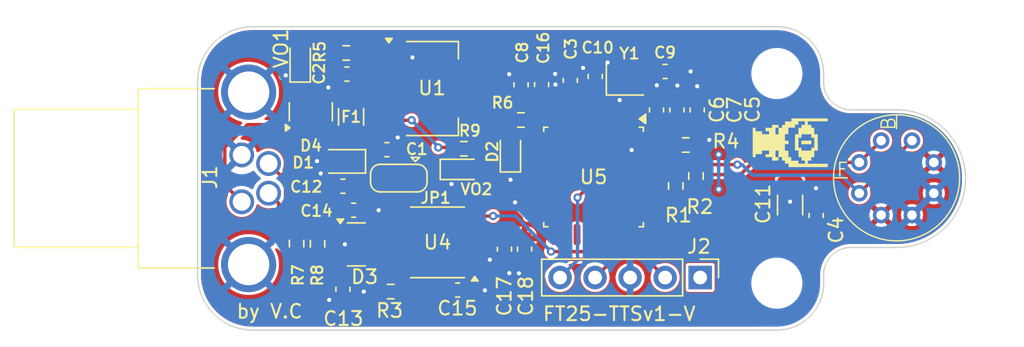
<source format=kicad_pcb>
(kicad_pcb
	(version 20240108)
	(generator "pcbnew")
	(generator_version "8.0")
	(general
		(thickness 1.6)
		(legacy_teardrops no)
	)
	(paper "A4")
	(layers
		(0 "F.Cu" signal)
		(31 "B.Cu" signal)
		(32 "B.Adhes" user "B.Adhesive")
		(33 "F.Adhes" user "F.Adhesive")
		(34 "B.Paste" user)
		(35 "F.Paste" user)
		(36 "B.SilkS" user "B.Silkscreen")
		(37 "F.SilkS" user "F.Silkscreen")
		(38 "B.Mask" user)
		(39 "F.Mask" user)
		(40 "Dwgs.User" user "User.Drawings")
		(41 "Cmts.User" user "User.Comments")
		(42 "Eco1.User" user "User.Eco1")
		(43 "Eco2.User" user "User.Eco2")
		(44 "Edge.Cuts" user)
		(45 "Margin" user)
		(46 "B.CrtYd" user "B.Courtyard")
		(47 "F.CrtYd" user "F.Courtyard")
		(48 "B.Fab" user)
		(49 "F.Fab" user)
		(50 "User.1" user)
		(51 "User.2" user)
		(52 "User.3" user)
		(53 "User.4" user)
		(54 "User.5" user)
		(55 "User.6" user)
		(56 "User.7" user)
		(57 "User.8" user)
		(58 "User.9" user)
	)
	(setup
		(stackup
			(layer "F.SilkS"
				(type "Top Silk Screen")
			)
			(layer "F.Paste"
				(type "Top Solder Paste")
			)
			(layer "F.Mask"
				(type "Top Solder Mask")
				(thickness 0.01)
			)
			(layer "F.Cu"
				(type "copper")
				(thickness 0.035)
			)
			(layer "dielectric 1"
				(type "core")
				(thickness 1.51)
				(material "FR4")
				(epsilon_r 4.5)
				(loss_tangent 0.02)
			)
			(layer "B.Cu"
				(type "copper")
				(thickness 0.035)
			)
			(layer "B.Mask"
				(type "Bottom Solder Mask")
				(thickness 0.01)
			)
			(layer "B.Paste"
				(type "Bottom Solder Paste")
			)
			(layer "B.SilkS"
				(type "Bottom Silk Screen")
			)
			(copper_finish "None")
			(dielectric_constraints no)
		)
		(pad_to_mask_clearance 0)
		(allow_soldermask_bridges_in_footprints no)
		(aux_axis_origin 36 49)
		(pcbplotparams
			(layerselection 0x00010fc_ffffffff)
			(plot_on_all_layers_selection 0x0000000_00000000)
			(disableapertmacros no)
			(usegerberextensions no)
			(usegerberattributes yes)
			(usegerberadvancedattributes yes)
			(creategerberjobfile no)
			(dashed_line_dash_ratio 12.000000)
			(dashed_line_gap_ratio 3.000000)
			(svgprecision 4)
			(plotframeref no)
			(viasonmask no)
			(mode 1)
			(useauxorigin yes)
			(hpglpennumber 1)
			(hpglpenspeed 20)
			(hpglpendiameter 15.000000)
			(pdf_front_fp_property_popups yes)
			(pdf_back_fp_property_popups yes)
			(dxfpolygonmode yes)
			(dxfimperialunits yes)
			(dxfusepcbnewfont yes)
			(psnegative no)
			(psa4output no)
			(plotreference yes)
			(plotvalue no)
			(plotfptext yes)
			(plotinvisibletext no)
			(sketchpadsonfab no)
			(subtractmaskfromsilk yes)
			(outputformat 1)
			(mirror no)
			(drillshape 0)
			(scaleselection 1)
			(outputdirectory "gerber")
		)
	)
	(net 0 "")
	(net 1 "+3.3V")
	(net 2 "GND")
	(net 3 "+5V")
	(net 4 "/I2C_SDA")
	(net 5 "/I2C_SCL")
	(net 6 "CAN_H")
	(net 7 "CAN_L")
	(net 8 "Net-(U4-Rs)")
	(net 9 "NRST")
	(net 10 "Net-(U5-PF0)")
	(net 11 "SWDIO")
	(net 12 "Net-(U5-PF1)")
	(net 13 "/Vref")
	(net 14 "Net-(D4-K)")
	(net 15 "Net-(D4-A)")
	(net 16 "Net-(JP1-C)")
	(net 17 "Net-(U5-PB8)")
	(net 18 "unconnected-(U5-PB5-Pad28)")
	(net 19 "unconnected-(U5-PA8-Pad18)")
	(net 20 "unconnected-(U5-PA15-Pad25)")
	(net 21 "SWCLK")
	(net 22 "unconnected-(U5-PA7-Pad13)")
	(net 23 "unconnected-(U5-PA5-Pad11)")
	(net 24 "unconnected-(U5-PA9-Pad19)")
	(net 25 "unconnected-(U5-PA1-Pad7)")
	(net 26 "unconnected-(U5-PB4-Pad27)")
	(net 27 "unconnected-(U5-PA6-Pad12)")
	(net 28 "unconnected-(U5-PA10-Pad20)")
	(net 29 "/CAN_Tx")
	(net 30 "/CAN_Rx")
	(net 31 "unconnected-(U5-PB0-Pad14)")
	(net 32 "unconnected-(U5-PB1-Pad15)")
	(net 33 "unconnected-(U5-PA4-Pad10)")
	(net 34 "Net-(D2-A)")
	(net 35 "unconnected-(U5-PA0-Pad6)")
	(net 36 "/STATUS_LED")
	(net 37 "unconnected-(U5-PA2-Pad8)")
	(net 38 "unconnected-(U5-PB3-Pad26)")
	(net 39 "Net-(VO1-A)")
	(net 40 "Net-(VO2-A)")
	(net 41 "+3V3")
	(footprint "Package_TO_SOT_SMD:SOT-23" (layer "F.Cu") (at 146.51 45.79))
	(footprint "Capacitor_SMD:C_0603_1608Metric" (layer "F.Cu") (at 145.545 41.57 180))
	(footprint "Connector_PinHeader_2.54mm:PinHeader_1x05_P2.54mm_Vertical" (layer "F.Cu") (at 171.44 48.19 -90))
	(footprint "Crystal:Crystal_SMD_2016-4Pin_2.0x1.6mm" (layer "F.Cu") (at 165.985 33.81))
	(footprint "FaSTTUBe_connectors:M8_718_4pin_horizontal" (layer "F.Cu") (at 138.2 41 -90))
	(footprint "Capacitor_SMD:C_0603_1608Metric" (layer "F.Cu") (at 153.86 49.1))
	(footprint "MountingHole:MountingHole_3.2mm_M3_DIN965" (layer "F.Cu") (at 177 33.4))
	(footprint "Diode_SMD:D_SOD-323" (layer "F.Cu") (at 145.57 39.77 180))
	(footprint "Package_SO:SOIC-8_3.9x4.9mm_P1.27mm" (layer "F.Cu") (at 152.395 45.64 180))
	(footprint "LED_SMD:LED_0603_1608Metric_Pad1.05x0.95mm_HandSolder" (layer "F.Cu") (at 154.2525 40.35))
	(footprint "TTS:SOT-23" (layer "F.Cu") (at 143.21 36.17 90))
	(footprint "Resistor_SMD:R_0603_1608Metric" (layer "F.Cu") (at 169.67 41.55 90))
	(footprint "MountingHole:MountingHole_3.2mm_M3_DIN965" (layer "F.Cu") (at 177 48.6))
	(footprint "Resistor_SMD:R_0603_1608Metric" (layer "F.Cu") (at 149 49.21 180))
	(footprint "Resistor_SMD:R_0603_1608Metric" (layer "F.Cu") (at 171.135 40.83 90))
	(footprint "Resistor_SMD:R_0603_1608Metric" (layer "F.Cu") (at 154.31 38.85))
	(footprint "Package_QFP:LQFP-32_7x7mm_P0.8mm" (layer "F.Cu") (at 163.71 40.9 -90))
	(footprint "TTS:TTS-vertical-mount" (layer "F.Cu") (at 185.68 40.962564))
	(footprint "LED_SMD:LED_0603_1608Metric_Pad1.05x0.95mm_HandSolder" (layer "F.Cu") (at 142.44 32.36 90))
	(footprint "Capacitor_SMD:C_0603_1608Metric" (layer "F.Cu") (at 168.275 36.04 90))
	(footprint "LOGO" (layer "F.Cu") (at 178.444225 38.43427 -90))
	(footprint "Capacitor_SMD:C_0603_1608Metric" (layer "F.Cu") (at 146.32 43.31 180))
	(footprint "LED_SMD:LED_0603_1608Metric" (layer "F.Cu") (at 157.685 39.05 90))
	(footprint "Fuse:Fuse_1206_3216Metric" (layer "F.Cu") (at 146.13 36.54 -90))
	(footprint "Resistor_SMD:R_0603_1608Metric" (layer "F.Cu") (at 145.78 31.91 180))
	(footprint "Capacitor_SMD:C_0603_1608Metric" (layer "F.Cu") (at 157.25 46.13 -90))
	(footprint "Resistor_SMD:R_0603_1608Metric" (layer "F.Cu") (at 143.7 45.74 90))
	(footprint "Resistor_SMD:R_0603_1608Metric" (layer "F.Cu") (at 170.395 38.58))
	(footprint "Capacitor_SMD:C_0603_1608Metric" (layer "F.Cu") (at 158.455 34.21 90))
	(footprint "Jumper:SolderJumper-3_P1.3mm_Open_RoundedPad1.0x1.5mm" (layer "F.Cu") (at 149.59 40.9825 180))
	(footprint "Capacitor_SMD:C_0603_1608Metric" (layer "F.Cu") (at 163.83 33.61 90))
	(footprint "Capacitor_SMD:C_0603_1608Metric" (layer "F.Cu") (at 179.85 43.69 90))
	(footprint "Package_TO_SOT_SMD:SOT-223-3_TabPin2" (layer "F.Cu") (at 152 34.49))
	(footprint "Capacitor_SMD:C_1206_3216Metric" (layer "F.Cu") (at 177.96 42.93 90))
	(footprint "Capacitor_SMD:C_0603_1608Metric" (layer "F.Cu") (at 168.9 33.25 180))
	(footprint "Capacitor_SMD:C_0603_1608Metric"
		(layer "F.Cu")
		(uuid "d3eaf5f6-38d9-45fa-a9d8-be04ae239da9")
		(at 158.71 46.13 -90)
		(descr "Capacitor SMD 0603 (1608 Metric), square (rectangular) end terminal, IPC_7351 nominal, (Body size source: IPC-SM-782 page 76, https://www.pcb-3d.com/wordpress/wp-content/uploads/ipc-sm-782a_amendment_1_and_2.pdf), generated with kicad-footprint-generator")
		(tags "capacitor")
		(property "Reference" "C18"
			(at 3.41 -0.09 90)
			(layer "F.SilkS")
			(uuid "910b95b4-0b1f-4da3-9453-44c27e24870f")
			(effects
				(font
					(size 1 1)
					(thickness 0.15)
				)
			)
		)
		(property "Value" "100n"
			(at 0 1.43 90)
			(layer "F.Fab")
			(uuid "1a55fb99-613e-44a3-a9e5-6d3cdf22efba")
			(effects
				(font
					(size 1 1)
					(thickness 0.15)
				)
			)
		)
		(property "Footprint" "Capacitor_SMD:C_0603_1608Metric"
			(at 0 0 -90)
			(unlocked yes)
			(layer "F.Fab")
			(hide yes)
			(uuid "a17f2a04-273c-49c4-8b44-c32f3cf6088b")
			(effects
				(font
					(size 1.27 1.27)
					(thickness 0.15)
				)
			)
		)
		(property "Datasheet" ""
			(at 0 0 -90)
			(unlocked yes)
			(layer "F.Fab")
			(hide yes)
			(uuid "e2be8b8b-9a50-49e0-82a1-0ceb330b2ccd")
			(effects
				(font
					(size 1.27 1.27)
					(thickness 0.15)
				)
			)
		)
		(property "Description" ""
			(at 0 0 -90)
			(unlocked yes)
			(layer "F.Fab")
			(hide yes)
			(uuid "9a795fd5-7602-4799-8861-1e2e513dfcfa")
			(effects
				(font
					(size 1.27 1.27)
					(thickness 0.15)
				)
			)
		)
		(property "LCSC" "C307331"
			(at 0 0 -90)
			(unlocked yes)
			(layer "F.Fab")
			(hide yes)
			(uuid "2c9edaf4-b741-406f-b489-6e6ae2d7df57")
			(effects
				(font
					(size 1 1)
					(thickness 0.15)
				)
			)
		)
		(property ki_fp_filters "C_*")
		(path "/d1f5dc5e-3166-4fb7-a74e-2b353ef08a68")
		(sheetname "Root")
		(sheetfile "TTS.kicad_sch")
		(attr smd)
		(fp_line
			(start -0.14058 0.51)
			(end 0.14058 0.51)
			(stroke
				(width 0.12)
				(type solid)
			)
			(layer "F.SilkS")
			(uuid "7093005a-1e08-4bf2-a3f9-b198e849c566")
		)
		(fp_line
			(start -0.14058 -0.51)
			(end 0.14058 -0.51)
			(stroke
				(width 0.12)
				(type solid)
			)
			(layer "F.SilkS")
			(uuid "455f49ad-f4f8-48fa-a241-29c756034072")
		)
		(fp_line
			(start -1.48 0.73)
			(end -1.48 -0.73)
			(stroke
				(width 0.05)
				(type solid)
			)
			(layer "F.CrtYd")
			(uuid "ff7f0358-13f9-4467-8eaf-b60262f17a65")
		)
		(fp_line
			(start 1.48 0.73)
			(end -1.48 0.73)
			(stroke
				(width 0.05)
				(type solid)
			)
			(layer "F.CrtYd")
			(uuid "8aa7bb78-dfa1-4f7d-86a4-124f5e8afa93")
		)
		(fp_line
			(start -1.48 -0.73)
			(end 1.48 -0.73)
			(stroke
				(width 0.05)
				(type solid)
			)
			(layer "F.CrtYd")
			(uuid "a3f75f8a-c37c-485e-bea0-fa70ebe236bd")
		)
		(fp_line
			(start 1.48 -0.73)
			(end 1.48 0.73)
			(stroke
				(width 0.05)
				(type solid)
			)
			(layer "F.CrtYd")
			(uuid "5695e370-81eb-455e-828a-4984c923f20b")
		)
		(fp_line
			(start -0.8 0.4)
			(end -0.8 -0.4)
			(stroke
				(width 0.1)
				(type solid)
			)
			(layer "F.Fab")
			(uuid "b8e116cd-6302-47ee-9817-5e993b6e962a")
		)
		(fp_line
			(start 0.8 0.4)
			(end -0.8 0.4)
			(stroke
				(width 0.1)
				(type solid)
			)
			(layer "F.Fab")
			(uuid "9e6679b4-6911-44f5-90aa-737643e8eff4")
		)
		(fp_line
			(start -0.8 -0.4)
			(end 0.8 -0.4)
			(stroke
				(width 0.1)
				(type solid)
			)
			(layer "F.Fab")
			(uuid "dd51b9d2-d883-4a81-97da-d820850b19fb")
		)
		(fp_line
			(start 0.8 -0.4)
			(end 0.8 0.4)
			(stroke
				(width 0.1)
				(type solid)
			)
			(layer "F.Fab")
			(uuid "08df9e21-69a0-4adb-ba96-670a1adc0726")
		)
		(fp_text user "${REFERENCE}"
			(at 0 0 90)
			(layer "F.Fab")
			(uuid "175ab5d3-f984-4b90-aa28-d3de1abb9dae")
			(effects
				(font
					(size 0.4 0.4)
					(thickness 0.06)
				)
			)
		)
		(pad "1" smd roundrect
			(at -0.775 0 270)
			(size 0.9 0.95)
			(layers "F.Cu" "F.Paste" "F.Mask")
			(roundrect_rratio 0.25)
			(net 1 "+3.3V")
			(pintype "passive")
			(uuid "ffccd7d3-4af1-4d81-b551-adfc98607d11")
		)
		(pad "2" smd roundrect
			(at 0.775 0 270)
			(size 0.9 0.95)
			(layers "F.Cu" "F.Paste" "F.Mask")
			(roundrect_rratio 0.25)
			(net 2 "GND")
			(pintype "passive")
			(uuid "22d9f88f-068b-4bd8-8a3f-6b38dfdf536c")
		)
		(model "${KICAD8_3DMODEL_DIR}/Capacitor_SMD.3ds
... [300064 chars truncated]
</source>
